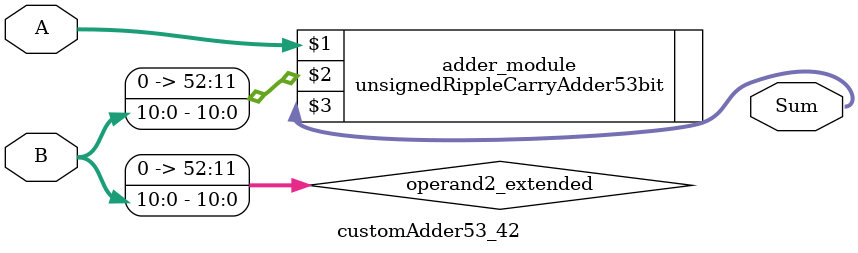
<source format=v>
module customAdder53_42(
                        input [52 : 0] A,
                        input [10 : 0] B,
                        
                        output [53 : 0] Sum
                );

        wire [52 : 0] operand2_extended;
        
        assign operand2_extended =  {42'b0, B};
        
        unsignedRippleCarryAdder53bit adder_module(
            A,
            operand2_extended,
            Sum
        );
        
        endmodule
        
</source>
